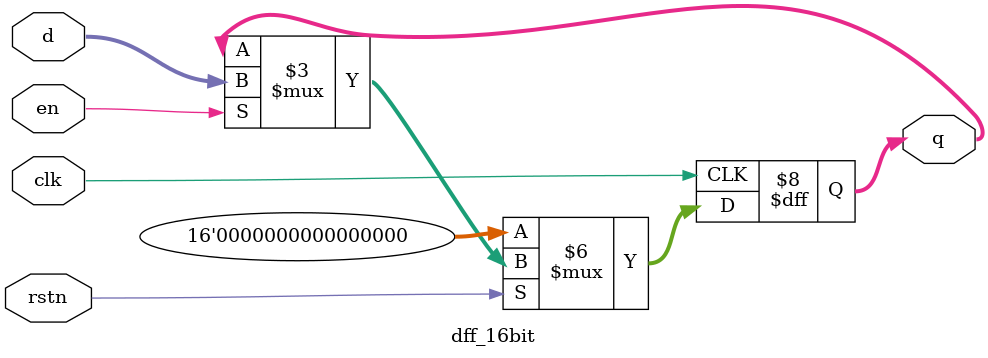
<source format=v>
module dff_16bit (
    input      [15:0] d,
    input             clk,
    input             rstn,
    input             en,
    output reg [15:0] q
);
    always @(posedge clk) begin
        if (!rstn)
            q <= 16'b0;
        else if (en)
            q <= d;
    end
endmodule
</source>
